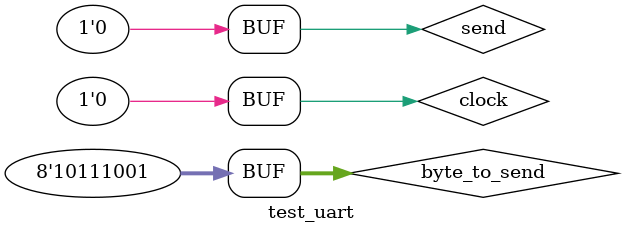
<source format=v>
module test_uart();

reg clock;
reg send;
reg [7:0] byte_to_send;
wire done;
wire pin;
wire inverted_pin;

uart
#(
    .clocks_per_bit(1)
)
uart_dut
(
    .clock(clock),
    .send(send),
    .byte_to_send(byte_to_send),
    .done(done),
    .pin(pin)
);

uart
#(
    .clocks_per_bit(1),
    .invert(1)
)
uart_inverted_dut
(
    .clock(clock),
    .send(send),
    .byte_to_send(byte_to_send),
    .done(done),
    .pin(inverted_pin)
);

initial begin
    $monitor("time=%3d, clock=%b, send=%b, done=%2b, pin=%2b, inverted_pin=%2b\n",
        $time, clock, send, done, pin, inverted_pin);
    clock = 1;
    send = 1;
    byte_to_send = 8'b10111001;
    #1
    clock = 0;
    send = 0;
    #1
    clock = 1;
    #1
    clock = 0;
    #1
    clock = 1;
    #1
    clock = 0;
    #1
    clock = 1;
    #1
    clock = 0;
    #1
    clock = 1;
    #1
    clock = 0;
    #1
    clock = 1;
    #1
    clock = 0;
    #1
    clock = 1;
    #1
    clock = 0;
    #1
    clock = 1;
    #1
    clock = 0;
    #1
    clock = 1;
    #1
    clock = 0;
    #1
    clock = 1;
    #1
    clock = 0;
    #1
    clock = 1;
    #1
    clock = 0;
    #1
    clock = 1;
    #1
    clock = 0;
end

endmodule

</source>
